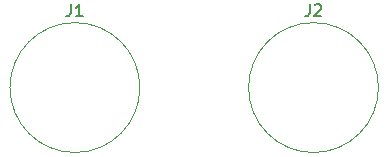
<source format=gbr>
%TF.GenerationSoftware,KiCad,Pcbnew,5.1.10*%
%TF.CreationDate,2021-10-21T14:21:38+02:00*%
%TF.ProjectId,ermerBeeperTHT,65726d65-7242-4656-9570-65725448542e,rev?*%
%TF.SameCoordinates,Original*%
%TF.FileFunction,Legend,Top*%
%TF.FilePolarity,Positive*%
%FSLAX46Y46*%
G04 Gerber Fmt 4.6, Leading zero omitted, Abs format (unit mm)*
G04 Created by KiCad (PCBNEW 5.1.10) date 2021-10-21 14:21:38*
%MOMM*%
%LPD*%
G01*
G04 APERTURE LIST*
%ADD10C,0.120000*%
%ADD11C,0.150000*%
G04 APERTURE END LIST*
D10*
%TO.C,J2*%
X88100000Y-46600000D02*
G75*
G03*
X88100000Y-46600000I-5500000J0D01*
G01*
%TO.C,J1*%
X67900000Y-46600000D02*
G75*
G03*
X67900000Y-46600000I-5500000J0D01*
G01*
%TO.C,J2*%
D11*
X82266666Y-39552380D02*
X82266666Y-40266666D01*
X82219047Y-40409523D01*
X82123809Y-40504761D01*
X81980952Y-40552380D01*
X81885714Y-40552380D01*
X82695238Y-39647619D02*
X82742857Y-39600000D01*
X82838095Y-39552380D01*
X83076190Y-39552380D01*
X83171428Y-39600000D01*
X83219047Y-39647619D01*
X83266666Y-39742857D01*
X83266666Y-39838095D01*
X83219047Y-39980952D01*
X82647619Y-40552380D01*
X83266666Y-40552380D01*
%TO.C,J1*%
X62066666Y-39552380D02*
X62066666Y-40266666D01*
X62019047Y-40409523D01*
X61923809Y-40504761D01*
X61780952Y-40552380D01*
X61685714Y-40552380D01*
X63066666Y-40552380D02*
X62495238Y-40552380D01*
X62780952Y-40552380D02*
X62780952Y-39552380D01*
X62685714Y-39695238D01*
X62590476Y-39790476D01*
X62495238Y-39838095D01*
%TD*%
M02*

</source>
